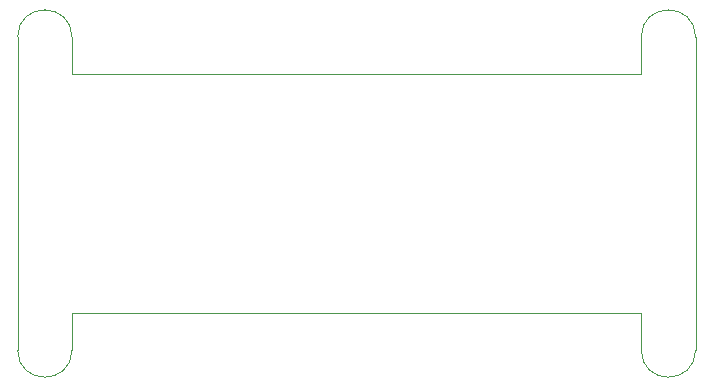
<source format=gbr>
%TF.GenerationSoftware,KiCad,Pcbnew,7.0.0-da2b9df05c~171~ubuntu22.04.1*%
%TF.CreationDate,2023-03-05T16:33:25-08:00*%
%TF.ProjectId,UsbCanAdapter,55736243-616e-4416-9461-707465722e6b,rev?*%
%TF.SameCoordinates,Original*%
%TF.FileFunction,Profile,NP*%
%FSLAX46Y46*%
G04 Gerber Fmt 4.6, Leading zero omitted, Abs format (unit mm)*
G04 Created by KiCad (PCBNEW 7.0.0-da2b9df05c~171~ubuntu22.04.1) date 2023-03-05 16:33:25*
%MOMM*%
%LPD*%
G01*
G04 APERTURE LIST*
%TA.AperFunction,Profile*%
%ADD10C,0.100000*%
%TD*%
G04 APERTURE END LIST*
D10*
X164900000Y-89000000D02*
X164900000Y-85900000D01*
X160300000Y-89000000D02*
G75*
G03*
X164900000Y-89000000I2300000J0D01*
G01*
X164900000Y-62500000D02*
X164900000Y-65600000D01*
X164900000Y-62500000D02*
G75*
G03*
X160300000Y-62500000I-2300000J0D01*
G01*
X213100000Y-62500000D02*
X213100000Y-65600000D01*
X217700000Y-62500000D02*
G75*
G03*
X213100000Y-62500000I-2300000J0D01*
G01*
X213100000Y-89000000D02*
X213100000Y-85900000D01*
X213100000Y-89000000D02*
G75*
G03*
X217700000Y-89000000I2300000J0D01*
G01*
X160300000Y-62500000D02*
X160300000Y-89000000D01*
X213100000Y-85900000D02*
X164900000Y-85900000D01*
X217700000Y-62500000D02*
X217700000Y-89000000D01*
X164900000Y-65600000D02*
X213100000Y-65600000D01*
M02*

</source>
